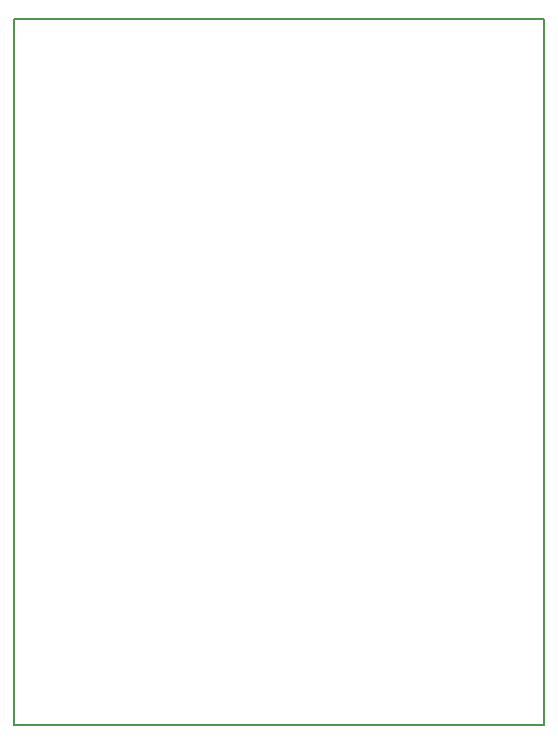
<source format=gm1>
G04 MADE WITH FRITZING*
G04 WWW.FRITZING.ORG*
G04 DOUBLE SIDED*
G04 HOLES PLATED*
G04 CONTOUR ON CENTER OF CONTOUR VECTOR*
%ASAXBY*%
%FSLAX23Y23*%
%MOIN*%
%OFA0B0*%
%SFA1.0B1.0*%
%ADD10R,1.771650X2.362200*%
%ADD11C,0.008000*%
%ADD10C,0.008*%
%LNCONTOUR*%
G90*
G70*
G54D10*
G54D11*
X4Y2358D02*
X1768Y2358D01*
X1768Y4D01*
X4Y4D01*
X4Y2358D01*
D02*
G04 End of contour*
M02*
</source>
